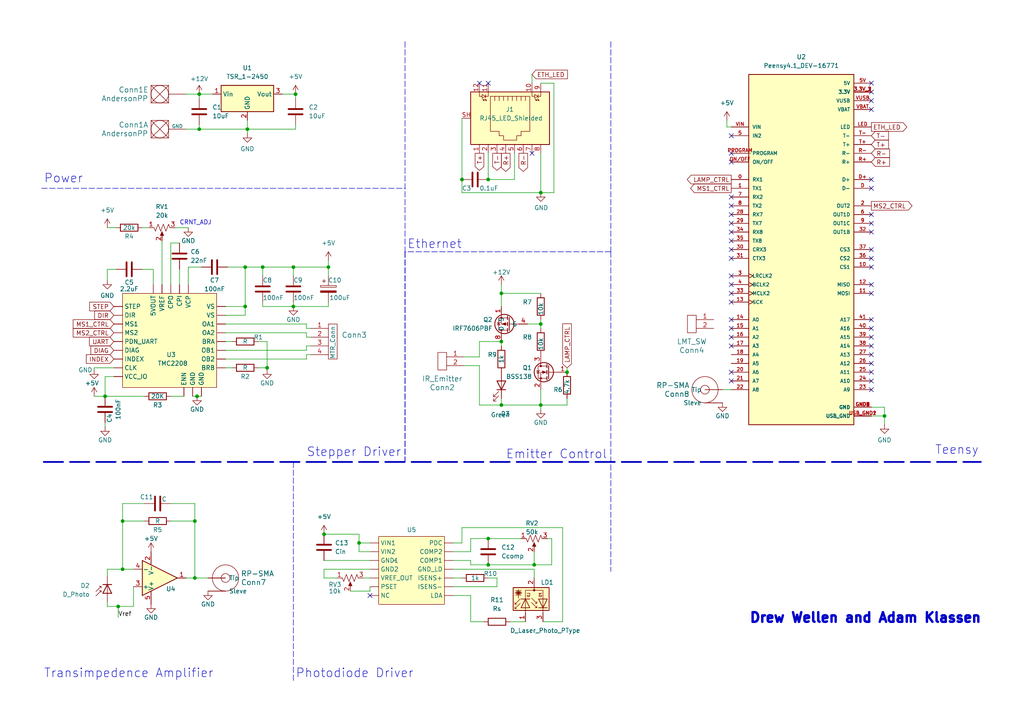
<source format=kicad_sch>
(kicad_sch (version 20230121) (generator eeschema)
  (paper "A4")
  (title_block (title "FTIR Spectrometer Boards") (date "2023-09-23") (rev "2024_Rev1") (company "Mars Rover Design Team"))
  (lib_symbols
    (symbol "Amplifier_Operational:ADA4610-1xRJ" (pin_names (offset 0.127))
      (property "Reference" "U" (at -1.27 6.35 0))
      (property "Value" "ADA4610-1xRJ" (at -1.27 3.81 0))
      (symbol "ADA4610-1xRJ_0_1"
        (pin power_in line (at -2.54 -7.62 90) (length 3.81) (name "V-") (number "2"))
        (pin power_in line (at -2.54 7.62 270) (length 3.81) (name "V+") (number "5"))
      )
      (symbol "ADA4610-1xRJ_1_1"
        (pin output line (at 7.62 0 180) (length 2.54) (name "~") (number "1"))
        (pin input line (at -7.62 2.54 0) (length 2.54) (name "+") (number "3"))
        (pin input line (at -7.62 -2.54 0) (length 2.54) (name "-") (number "4"))
      )
    )
    (symbol "BSS138_4" (pin_names hide)
      (property "Reference" "Q" (at 5.08 1.905 0))
      (property "Value" "BSS138_4" (at 5.08 0 0))
      (symbol "BSS138_4_1_1"
        (pin input line (at -5.08 0 0) (length 2.54) (name "G") (number "1"))
        (pin passive line (at 2.54 -5.08 90) (length 2.54) (name "S") (number "2"))
        (pin passive line (at 2.54 5.08 270) (length 2.54) (name "D") (number "3"))
      )
    )
    (symbol "Connector:RJ45_LED_Shielded" (pin_names (offset 1.016))
      (property "Reference" "J" (at -5.08 13.97 0))
      (property "Value" "RJ45_LED_Shielded" (at 1.27 13.97 0))
      (symbol "RJ45_LED_Shielded_1_1"
        (pin passive line (at 10.16 -7.62 180) (length 2.54) (name "~") (number "1"))
        (pin passive line (at -10.16 7.62 0) (length 2.54) (name "~") (number "10"))
        (pin passive line (at -10.16 -5.08 0) (length 2.54) (name "~") (number "11"))
        (pin passive line (at -10.16 -7.62 0) (length 2.54) (name "~") (number "12"))
        (pin passive line (at 10.16 -5.08 180) (length 2.54) (name "~") (number "2"))
        (pin passive line (at 10.16 -2.54 180) (length 2.54) (name "~") (number "3"))
        (pin passive line (at 10.16 0 180) (length 2.54) (name "~") (number "4"))
        (pin passive line (at 10.16 2.54 180) (length 2.54) (name "~") (number "5"))
        (pin passive line (at 10.16 5.08 180) (length 2.54) (name "~") (number "6"))
        (pin passive line (at 10.16 7.62 180) (length 2.54) (name "~") (number "7"))
        (pin passive line (at 10.16 10.16 180) (length 2.54) (name "~") (number "8"))
        (pin passive line (at -10.16 10.16 0) (length 2.54) (name "~") (number "9"))
        (pin passive line (at 0 -12.7 90) (length 2.54) (name "~") (number "SH"))
      )
    )
    (symbol "Device:C" (pin_numbers hide) (pin_names (offset 0.254))
      (property "Reference" "C" (at 0.635 2.54 0))
      (property "Value" "C" (at 0.635 -2.54 0))
      (symbol "C_1_1"
        (pin passive line (at 0 3.81 270) (length 2.794) (name "~") (number "1"))
        (pin passive line (at 0 -3.81 90) (length 2.794) (name "~") (number "2"))
      )
    )
    (symbol "Device:C_Polarized" (pin_numbers hide) (pin_names (offset 0.254))
      (property "Reference" "C" (at 0.635 2.54 0))
      (property "Value" "C_Polarized" (at 0.635 -2.54 0))
      (symbol "C_Polarized_1_1"
        (pin passive line (at 0 3.81 270) (length 2.794) (name "~") (number "1"))
        (pin passive line (at 0 -3.81 90) (length 2.794) (name "~") (number "2"))
      )
    )
    (symbol "Device:D_Laser_Photo_PType" (pin_names hide)
      (property "Reference" "LD" (at 1.016 7.112 0))
      (property "Value" "D_Laser_Photo_PType" (at 1.016 -5.588 0))
      (symbol "D_Laser_Photo_PType_1_1"
        (pin passive line (at 7.62 2.54 180) (length 2.54) (name "~") (number "1"))
        (pin passive line (at -5.08 0 0) (length 2.54) (name "~") (number "2"))
        (pin passive line (at 7.62 -2.54 180) (length 2.54) (name "~") (number "3"))
      )
    )
    (symbol "Device:D_Photo" (pin_numbers hide) (pin_names hide)
      (property "Reference" "D" (at 0.508 1.778 0))
      (property "Value" "D_Photo" (at -1.016 -2.794 0))
      (symbol "D_Photo_1_1"
        (pin passive line (at -5.08 0 0) (length 2.54) (name "K") (number "1"))
        (pin passive line (at 2.54 0 180) (length 2.54) (name "A") (number "2"))
      )
    )
    (symbol "Device:LED" (pin_numbers hide) (pin_names (offset 1.016) hide)
      (property "Reference" "D" (at 0 2.54 0))
      (property "Value" "LED" (at 0 -2.54 0))
      (symbol "LED_1_1"
        (pin passive line (at -3.81 0 0) (length 2.54) (name "K") (number "1"))
        (pin passive line (at 3.81 0 180) (length 2.54) (name "A") (number "2"))
      )
    )
    (symbol "Device:R" (pin_numbers hide) (pin_names (offset 0))
      (property "Reference" "R" (at 2.032 0 90))
      (property "Value" "R" (at 0 0 90))
      (symbol "R_1_1"
        (pin passive line (at 0 3.81 270) (length 1.27) (name "~") (number "1"))
        (pin passive line (at 0 -3.81 90) (length 1.27) (name "~") (number "2"))
      )
    )
    (symbol "Device:R_Potentiometer_US" (pin_names (offset 1.016) hide)
      (property "Reference" "RV" (at -4.445 0 90))
      (property "Value" "R_Potentiometer_US" (at -2.54 0 90))
      (symbol "R_Potentiometer_US_1_1"
        (pin passive line (at 0 3.81 270) (length 1.27) (name "1") (number "1"))
        (pin passive line (at 3.81 0 180) (length 1.27) (name "2") (number "2"))
        (pin passive line (at 0 -3.81 90) (length 1.27) (name "3") (number "3"))
      )
    )
    (symbol "MRDT_Connectors:AndersonPP" (pin_numbers hide) (pin_names (offset 0))
      (property "Reference" "Conn" (at 3.81 -1.27 0))
      (property "Value" "AndersonPP" (at 2.54 6.35 0))
      (symbol "AndersonPP_1_1"
        (pin input line (at 10.16 2.54 180) (length 5.08) (name "GND") (number "1"))
      )
      (symbol "AndersonPP_2_1"
        (pin input line (at 10.16 2.54 180) (length 5.08) (name "V+Log") (number "2"))
      )
      (symbol "AndersonPP_3_1"
        (pin input line (at 10.16 2.54 180) (length 5.08) (name "V+Act") (number "3"))
      )
      (symbol "AndersonPP_4_1"
        (pin input line (at 10.16 2.54 180) (length 5.08) (name "PV+") (number "4"))
      )
      (symbol "AndersonPP_5_1"
        (pin input line (at 10.16 2.54 180) (length 5.08) (name "~") (number "1"))
      )
    )
    (symbol "MRDT_Connectors:Molex_SL_02" (pin_names (offset 1.016))
      (property "Reference" "Conn" (at 3.81 -1.27 0))
      (property "Value" "Molex_SL_02" (at 1.27 6.35 0))
      (symbol "Molex_SL_02_1_1"
        (pin input line (at -5.08 3.81 0) (length 5.08) (name "~") (number "1"))
        (pin input line (at -5.08 1.27 0) (length 5.08) (name "~") (number "2"))
      )
    )
    (symbol "MRDT_Connectors:Molex_SL_04" (pin_names (offset 1.016))
      (property "Reference" "Conn" (at 3.81 -1.27 0))
      (property "Value" "Molex_SL_04" (at 1.27 11.43 0))
      (symbol "Molex_SL_04_1_1"
        (pin input line (at -5.08 8.89 0) (length 5.08) (name "~") (number "1"))
        (pin input line (at -5.08 6.35 0) (length 5.08) (name "~") (number "2"))
        (pin input line (at -5.08 3.81 0) (length 5.08) (name "~") (number "3"))
        (pin input line (at -5.08 1.27 0) (length 5.08) (name "~") (number "4"))
      )
    )
    (symbol "MRDT_Connectors:RP-SMA" (pin_numbers hide) (pin_names (offset 1.016))
      (property "Reference" "Conn" (at 3.81 -5.08 0))
      (property "Value" "RP-SMA" (at 0 5.08 0))
      (symbol "RP-SMA_1_1"
        (pin input line (at 5.08 0 180) (length 5.08) (name "Tip") (number "1"))
        (pin input line (at 5.08 -3.81 180) (length 5.08) (name "Sleve") (number "2"))
      )
    )
    (symbol "MRDT_Devices:MLD203P2"
      (property "Reference" "U?" (at 0 11.303 0))
      (symbol "MLD203P2_1_1"
        (pin input line (at 12.065 2.54 180) (length 2.54) (name "COMP1") (number ""))
        (pin input line (at 12.065 5.08 180) (length 2.54) (name "COMP2") (number ""))
        (pin input line (at -12.065 2.54 0) (length 2.54) (name "GND1") (number ""))
        (pin input line (at -12.065 0 0) (length 2.54) (name "GND2") (number ""))
        (pin input line (at 12.065 0 180) (length 2.54) (name "GND_LD") (number ""))
        (pin input line (at 12.065 -2.54 180) (length 2.54) (name "ISENS+") (number ""))
        (pin input line (at 12.065 -5.08 180) (length 2.54) (name "ISENS-") (number ""))
        (pin input line (at 12.065 -7.62 180) (length 2.54) (name "LDA") (number ""))
        (pin input line (at -12.065 -7.62 0) (length 2.54) (name "NC") (number ""))
        (pin input line (at 12.065 7.62 180) (length 2.54) (name "PDC") (number ""))
        (pin input line (at -12.065 -5.08 0) (length 2.54) (name "PSET") (number ""))
        (pin input line (at -12.065 7.62 0) (length 2.54) (name "VIN1") (number ""))
        (pin input line (at -12.065 5.08 0) (length 2.54) (name "VIN2") (number ""))
        (pin input line (at -12.065 -2.54 0) (length 2.54) (name "VREF_OUT") (number ""))
      )
    )
    (symbol "MRDT_Devices:TMC2208"
      (property "Reference" "U?" (at 0 0 0))
      (property "Value" "TMC2208" (at 0 0 0))
      (symbol "TMC2208_1_1"
        (pin input line (at -5.08 16.51 270) (length 2.54) (name "5VOUT") (number ""))
        (pin input line (at 15.875 0 180) (length 2.54) (name "BRA") (number ""))
        (pin input line (at 15.875 -7.62 180) (length 2.54) (name "BRB") (number ""))
        (pin input line (at -16.51 -7.62 0) (length 2.54) (name "CLK") (number ""))
        (pin input line (at 2.54 16.51 270) (length 2.54) (name "CPI") (number ""))
        (pin input line (at 0 16.51 270) (length 2.54) (name "CPO") (number ""))
        (pin input line (at -16.51 -2.54 0) (length 2.54) (name "DIAG") (number ""))
        (pin input line (at -16.51 7.62 0) (length 2.54) (name "DIR") (number ""))
        (pin input line (at 3.81 -15.875 90) (length 2.54) (name "ENN") (number ""))
        (pin input line (at 6.35 -15.875 90) (length 2.54) (name "GND") (number ""))
        (pin input line (at 8.89 -15.875 90) (length 2.54) (name "GND") (number ""))
        (pin input line (at -16.51 -5.08 0) (length 2.54) (name "INDEX") (number ""))
        (pin input line (at -16.51 5.08 0) (length 2.54) (name "MS1") (number ""))
        (pin input line (at -16.51 2.54 0) (length 2.54) (name "MS2") (number ""))
        (pin input line (at 15.875 5.08 180) (length 2.54) (name "OA1") (number ""))
        (pin input line (at 15.875 2.54 180) (length 2.54) (name "OA2") (number ""))
        (pin input line (at 15.875 -2.54 180) (length 2.54) (name "OB1") (number ""))
        (pin input line (at 15.875 -5.08 180) (length 2.54) (name "OB2") (number ""))
        (pin input line (at -16.51 0 0) (length 2.54) (name "PDN_UART") (number ""))
        (pin input line (at -16.51 10.16 0) (length 2.54) (name "STEP") (number ""))
        (pin input line (at -16.51 -10.16 0) (length 2.54) (name "VCC_IO") (number ""))
        (pin input line (at 5.08 16.51 270) (length 2.54) (name "VCP") (number ""))
        (pin input line (at -2.54 16.51 270) (length 2.54) (name "VREF") (number ""))
        (pin input line (at 15.875 7.62 180) (length 2.54) (name "VS") (number ""))
        (pin input line (at 15.875 10.16 180) (length 2.54) (name "VS") (number ""))
      )
    )
    (symbol "MRDT_Shields:Teensy4.1_DEV-16771" (pin_names (offset 1.016))
      (property "Reference" "U" (at -15.24 52.07 0))
      (property "Value" "Teensy4.1_DEV-16771" (at -15.24 -53.34 0))
      (symbol "Teensy4.1_DEV-16771_0_0"
        (pin bidirectional line (at -20.32 20.32 0) (length 5.08) (name "RX1") (number "0"))
        (pin bidirectional line (at -20.32 17.78 0) (length 5.08) (name "TX1") (number "1"))
        (pin bidirectional line (at 20.32 -5.08 180) (length 5.08) (name "CS1") (number "10"))
        (pin bidirectional line (at 20.32 -12.7 180) (length 5.08) (name "MOSI") (number "11"))
        (pin bidirectional line (at 20.32 -10.16 180) (length 5.08) (name "MISO") (number "12"))
        (pin bidirectional clock (at -20.32 -15.24 0) (length 5.08) (name "SCK") (number "13"))
        (pin bidirectional line (at -20.32 -20.32 0) (length 5.08) (name "A0") (number "14"))
        (pin bidirectional line (at -20.32 -22.86 0) (length 5.08) (name "A1") (number "15"))
        (pin bidirectional line (at -20.32 -25.4 0) (length 5.08) (name "A2") (number "16"))
        (pin bidirectional line (at -20.32 -27.94 0) (length 5.08) (name "A3") (number "17"))
        (pin bidirectional line (at -20.32 -30.48 0) (length 5.08) (name "A4") (number "18"))
        (pin bidirectional line (at -20.32 -33.02 0) (length 5.08) (name "A5") (number "19"))
        (pin output line (at 20.32 12.7 180) (length 5.08) (name "OUT2") (number "2"))
        (pin bidirectional line (at -20.32 -35.56 0) (length 5.08) (name "A6") (number "20"))
        (pin bidirectional line (at -20.32 -38.1 0) (length 5.08) (name "A7") (number "21"))
        (pin bidirectional line (at -20.32 -40.64 0) (length 5.08) (name "A8") (number "22"))
        (pin bidirectional line (at 20.32 -40.64 180) (length 5.08) (name "A9") (number "23"))
        (pin bidirectional line (at 20.32 -38.1 180) (length 5.08) (name "A10") (number "24"))
        (pin bidirectional line (at 20.32 -35.56 180) (length 5.08) (name "A11") (number "25"))
        (pin bidirectional line (at 20.32 -33.02 180) (length 5.08) (name "A12") (number "26"))
        (pin bidirectional line (at 20.32 -30.48 180) (length 5.08) (name "A13") (number "27"))
        (pin bidirectional line (at -20.32 10.16 0) (length 5.08) (name "RX7") (number "28"))
        (pin bidirectional line (at -20.32 7.62 0) (length 5.08) (name "TX7") (number "29"))
        (pin bidirectional clock (at -20.32 -7.62 0) (length 5.08) (name "LRCLK2") (number "3"))
        (pin power_in line (at 20.32 45.72 180) (length 5.08) (name "3.3V") (number "3.3V_1"))
        (pin power_in line (at 20.32 45.72 180) (length 5.08) (name "3.3V") (number "3.3V_2"))
        (pin power_in line (at 20.32 45.72 180) (length 5.08) (name "3.3V") (number "3.3V_3"))
        (pin bidirectional line (at -20.32 0 0) (length 5.08) (name "CRX3") (number "30"))
        (pin bidirectional line (at -20.32 -2.54 0) (length 5.08) (name "CTX3") (number "31"))
        (pin output line (at 20.32 5.08 180) (length 5.08) (name "OUT1B") (number "32"))
        (pin bidirectional clock (at -20.32 -12.7 0) (length 5.08) (name "MCLK2") (number "33"))
        (pin bidirectional line (at -20.32 5.08 0) (length 5.08) (name "RX8") (number "34"))
        (pin bidirectional line (at -20.32 2.54 0) (length 5.08) (name "TX8") (number "35"))
        (pin bidirectional line (at 20.32 -2.54 180) (length 5.08) (name "CS2") (number "36"))
        (pin bidirectional line (at 20.32 0 180) (length 5.08) (name "CS3") (number "37"))
        (pin bidirectional line (at 20.32 -27.94 180) (length 5.08) (name "A14") (number "38"))
        (pin bidirectional line (at 20.32 -25.4 180) (length 5.08) (name "A15") (number "39"))
        (pin bidirectional clock (at -20.32 -10.16 0) (length 5.08) (name "BCLK2") (number "4"))
        (pin bidirectional line (at 20.32 -22.86 180) (length 5.08) (name "A16") (number "40"))
        (pin bidirectional line (at 20.32 -20.32 180) (length 5.08) (name "A17") (number "41"))
        (pin bidirectional line (at -20.32 33.02 0) (length 5.08) (name "IN2") (number "5"))
        (pin power_in line (at 20.32 48.26 180) (length 5.08) (name "5V") (number "5V"))
        (pin output line (at 20.32 10.16 180) (length 5.08) (name "OUT1D") (number "6"))
        (pin bidirectional line (at -20.32 15.24 0) (length 5.08) (name "RX2") (number "7"))
        (pin bidirectional line (at -20.32 12.7 0) (length 5.08) (name "TX2") (number "8"))
        (pin output line (at 20.32 7.62 180) (length 5.08) (name "OUT1C") (number "9"))
        (pin bidirectional line (at 20.32 17.78 180) (length 5.08) (name "D-") (number "D"))
        (pin bidirectional line (at 20.32 20.32 180) (length 5.08) (name "D+") (number "D+"))
        (pin power_in line (at 20.32 -45.72 180) (length 5.08) (name "GND") (number "GND1"))
        (pin power_in line (at 20.32 -45.72 180) (length 5.08) (name "GND") (number "GND2"))
        (pin power_in line (at 20.32 -45.72 180) (length 5.08) (name "GND") (number "GND3"))
        (pin power_in line (at 20.32 -45.72 180) (length 5.08) (name "GND") (number "GND4"))
        (pin power_in line (at 20.32 -45.72 180) (length 5.08) (name "GND") (number "GND5"))
        (pin bidirectional line (at 20.32 35.56 180) (length 5.08) (name "LED") (number "LED"))
        (pin bidirectional line (at -20.32 25.4 0) (length 5.08) (name "ON/OFF") (number "ON/OFF"))
        (pin bidirectional line (at -20.32 27.94 0) (length 5.08) (name "PROGRAM") (number "PROGRAM"))
        (pin bidirectional line (at 20.32 25.4 180) (length 5.08) (name "R+") (number "R+"))
        (pin bidirectional line (at 20.32 27.94 180) (length 5.08) (name "R-") (number "R-"))
        (pin bidirectional line (at 20.32 30.48 180) (length 5.08) (name "T+") (number "T+"))
        (pin bidirectional line (at 20.32 33.02 180) (length 5.08) (name "T-") (number "T-"))
        (pin power_in line (at 20.32 -48.26 180) (length 5.08) (name "USB_GND") (number "USB_GND1"))
        (pin power_in line (at 20.32 -48.26 180) (length 5.08) (name "USB_GND") (number "USB_GND2"))
        (pin passive line (at 20.32 40.64 180) (length 5.08) (name "VBAT") (number "VBAT"))
        (pin input line (at -20.32 35.56 0) (length 5.08) (name "VIN") (number "VIN"))
        (pin passive line (at 20.32 43.18 180) (length 5.08) (name "VUSB") (number "VUSB"))
      )
    )
    (symbol "Regulator_Switching:TSR_1-2450"
      (property "Reference" "U" (at -7.62 6.35 0))
      (property "Value" "TSR_1-2450" (at -1.27 6.35 0))
      (symbol "TSR_1-2450_1_1"
        (pin power_in line (at -10.16 2.54 0) (length 2.54) (name "Vin") (number "1"))
        (pin power_in line (at 0 -5.08 90) (length 2.54) (name "GND") (number "2"))
        (pin power_out line (at 10.16 2.54 180) (length 2.54) (name "Vout") (number "3"))
      )
    )
    (symbol "Transistor_FET:IRF7606PBF"
      (property "Reference" "Q" (at 5.08 1.905 0))
      (property "Value" "IRF7606PBF" (at 5.08 0 0))
      (symbol "IRF7606PBF_1_1"
        (pin passive line (at 2.54 -5.08 90) (length 2.54) (name "S") (number "1"))
        (pin passive line (at 2.54 -5.08 90) (length 2.54) hide (name "S") (number "2"))
        (pin passive line (at 2.54 -5.08 90) (length 2.54) hide (name "S") (number "3"))
        (pin passive line (at -5.08 0 0) (length 2.54) (name "G") (number "4"))
        (pin passive line (at 2.54 5.08 270) (length 2.54) hide (name "D") (number "5"))
        (pin passive line (at 2.54 5.08 270) (length 2.54) hide (name "D") (number "6"))
        (pin passive line (at 2.54 5.08 270) (length 2.54) hide (name "D") (number "7"))
        (pin passive line (at 2.54 5.08 270) (length 2.54) (name "D") (number "8"))
      )
    )
    (symbol "power:+12V" (power) (pin_names (offset 0))
      (property "Value" "+12V" (at 0 3.556 0))
      (symbol "+12V_1_1"
        (pin power_in line (at 0 0 90) (length 0) hide (name "+12V") (number "1"))
      )
    )
    (symbol "power:+5V" (power) (pin_names (offset 0))
      (property "Value" "+5V" (at 0 3.556 0))
      (symbol "+5V_1_1"
        (pin power_in line (at 0 0 90) (length 0) hide (name "+5V") (number "1"))
      )
    )
    (symbol "power:GND" (power) (pin_names (offset 0))
      (property "Value" "GND" (at 0 -3.81 0))
      (symbol "GND_1_1"
        (pin power_in line (at 0 0 270) (length 0) hide (name "GND") (number "1"))
      )
    )
  )
  (junction (at 93.98 154.94))
  (junction (at 85.725 27.305))
  (junction (at 156.845 55.88))
  (junction (at 154.94 163.83))
  (junction (at 35.56 151.13))
  (junction (at 57.15 114.935))
  (junction (at 156.845 93.98))
  (junction (at 141.605 52.07))
  (junction (at 85.09 88.9))
  (junction (at 56.515 151.13))
  (junction (at 57.785 27.305))
  (junction (at 145.415 99.06))
  (junction (at 85.09 77.47))
  (junction (at 95.25 77.47))
  (junction (at 164.465 107.95))
  (junction (at 256.54 120.65))
  (junction (at 145.415 85.09))
  (junction (at 156.845 117.475))
  (junction (at 76.2 77.47))
  (junction (at 35.56 165.1))
  (junction (at 34.29 175.895))
  (junction (at 71.12 88.9))
  (junction (at 57.785 37.465))
  (junction (at 145.415 117.475))
  (junction (at 71.755 37.465))
  (junction (at 104.14 157.48))
  (junction (at 141.605 163.83))
  (junction (at 141.605 156.21))
  (junction (at 71.12 77.47))
  (junction (at 133.985 52.07))
  (junction (at 30.48 114.935))
  (junction (at 56.515 167.64))
  (junction (at 77.47 106.68))
  (no_connect (at 252.73 107.95))
  (no_connect (at 252.73 67.31))
  (no_connect (at 252.73 72.39))
  (no_connect (at 252.73 100.33))
  (no_connect (at 252.73 77.47))
  (no_connect (at 212.09 87.63))
  (no_connect (at 212.09 74.93))
  (no_connect (at 252.73 52.07))
  (no_connect (at 212.09 69.85))
  (no_connect (at 212.09 107.95))
  (no_connect (at 141.605 24.13))
  (no_connect (at 212.09 72.39))
  (no_connect (at 252.73 24.13))
  (no_connect (at 212.09 57.15))
  (no_connect (at 252.73 29.21))
  (no_connect (at 154.305 44.45))
  (no_connect (at 252.73 64.77))
  (no_connect (at 212.09 85.09))
  (no_connect (at 252.73 82.55))
  (no_connect (at 107.315 172.72))
  (no_connect (at 252.73 74.93))
  (no_connect (at 252.73 85.09))
  (no_connect (at 252.73 26.67))
  (no_connect (at 252.73 105.41))
  (no_connect (at 212.09 67.31))
  (no_connect (at 252.73 92.71))
  (no_connect (at 212.09 110.49))
  (no_connect (at 212.09 95.25))
  (no_connect (at 212.09 39.37))
  (no_connect (at 252.73 54.61))
  (no_connect (at 212.09 80.01))
  (no_connect (at 252.73 95.25))
  (no_connect (at 139.065 24.13))
  (no_connect (at 212.09 82.55))
  (no_connect (at 252.73 62.23))
  (no_connect (at 252.73 113.03))
  (no_connect (at 212.09 97.79))
  (no_connect (at 252.73 97.79))
  (no_connect (at 212.09 44.45))
  (no_connect (at 212.09 46.99))
  (no_connect (at 252.73 110.49))
  (no_connect (at 212.09 100.33))
  (no_connect (at 212.09 59.69))
  (no_connect (at 212.09 92.71))
  (no_connect (at 252.73 102.87))
  (no_connect (at 212.09 64.77))
  (no_connect (at 212.09 62.23))
  (no_connect (at 252.73 31.75))
  (wire (pts (xy 149.225 52.07) (xy 141.605 52.07)))
  (wire (pts (xy 53.975 167.64) (xy 56.515 167.64)))
  (wire (pts (xy 141.605 44.45) (xy 141.605 52.07)))
  (wire (pts (xy 154.94 165.1) (xy 154.94 167.64)))
  (wire (pts (xy 49.53 146.05) (xy 56.515 146.05)))
  (wire (pts (xy 164.465 117.475) (xy 164.465 115.57)))
  (wire (pts (xy 56.515 167.64) (xy 60.325 167.64)))
  (wire (pts (xy 157.48 180.34) (xy 163.195 180.34)))
  (wire (pts (xy 95.25 80.01) (xy 95.25 77.47)))
  (wire (pts (xy 134.62 106.045) (xy 139.065 106.045)))
  (wire (pts (xy 145.415 117.475) (xy 145.415 115.57)))
  (wire (pts (xy 104.14 157.48) (xy 107.315 157.48)))
  (wire (pts (xy 71.12 77.47) (xy 71.12 88.9)))
  (wire (pts (xy 31.115 174.625) (xy 31.115 175.895)))
  (wire (pts (xy 85.09 87.63) (xy 85.09 88.9)))
  (wire (pts (xy 50.8 66.04) (xy 54.61 66.04)))
  (wire (pts (xy 154.94 160.02) (xy 154.94 163.83)))
  (wire (pts (xy 156.845 117.475) (xy 145.415 117.475)))
  (wire (pts (xy 131.445 157.48) (xy 133.985 157.48)))
  (wire (pts (xy 160.02 156.21) (xy 160.02 163.83)))
  (wire (pts (xy 76.2 88.9) (xy 85.09 88.9)))
  (wire (pts (xy 71.12 77.47) (xy 76.2 77.47)))
  (wire (pts (xy 49.53 70.485) (xy 49.53 82.55)))
  (wire (pts (xy 85.09 77.47) (xy 95.25 77.47)))
  (wire (pts (xy 256.54 120.65) (xy 256.54 123.19)))
  (wire (pts (xy 54.61 82.55) (xy 54.61 77.47)))
  (wire (pts (xy 88.9 104.14) (xy 88.9 102.87)))
  (wire (pts (xy 95.25 87.63) (xy 95.25 88.9)))
  (wire (pts (xy 104.14 157.48) (xy 104.14 154.94)))
  (wire (pts (xy 156.845 85.09) (xy 145.415 85.09)))
  (polyline (pts (xy 12.7 133.985) (xy 284.48 133.985)) (stroke (width 0.508) (type dash)))
  (wire (pts (xy 49.53 151.13) (xy 56.515 151.13)))
  (wire (pts (xy 81.915 27.305) (xy 85.725 27.305)))
  (wire (pts (xy 163.195 153.035) (xy 163.195 180.34)))
  (wire (pts (xy 139.065 106.045) (xy 139.065 117.475)))
  (wire (pts (xy 88.9 97.79) (xy 90.17 97.79)))
  (polyline (pts (xy 177.165 73.025) (xy 177.165 165.735)) (stroke (width 0) (type dash)))
  (wire (pts (xy 30.48 109.22) (xy 30.48 114.935)))
  (wire (pts (xy 156.845 44.45) (xy 156.845 55.88)))
  (wire (pts (xy 141.605 163.83) (xy 136.525 163.83)))
  (wire (pts (xy 34.29 175.895) (xy 38.735 175.895)))
  (wire (pts (xy 141.605 167.64) (xy 144.145 167.64)))
  (wire (pts (xy 136.525 156.21) (xy 141.605 156.21)))
  (wire (pts (xy 133.985 34.29) (xy 133.985 52.07)))
  (wire (pts (xy 41.91 151.13) (xy 35.56 151.13)))
  (wire (pts (xy 44.45 78.105) (xy 41.275 78.105)))
  (polyline (pts (xy 85.09 133.985) (xy 85.09 197.485)) (stroke (width 0) (type dash)))
  (wire (pts (xy 101.6 171.45) (xy 107.315 171.45)))
  (polyline (pts (xy 117.475 73.025) (xy 117.475 133.985)) (stroke (width 0) (type dash)))
  (wire (pts (xy 145.415 82.55) (xy 145.415 85.09)))
  (wire (pts (xy 133.985 55.88) (xy 156.845 55.88)))
  (wire (pts (xy 85.09 80.01) (xy 85.09 77.47)))
  (polyline (pts (xy 117.475 73.025) (xy 117.475 133.985)) (stroke (width 0) (type dash)))
  (wire (pts (xy 56.515 146.05) (xy 56.515 151.13)))
  (wire (pts (xy 88.9 96.52) (xy 65.405 96.52)))
  (wire (pts (xy 156.845 93.98) (xy 153.035 93.98)))
  (wire (pts (xy 65.405 104.14) (xy 88.9 104.14)))
  (wire (pts (xy 136.525 162.56) (xy 131.445 162.56)))
  (wire (pts (xy 209.55 113.03) (xy 212.09 113.03)))
  (wire (pts (xy 27.305 106.68) (xy 27.305 107.315)))
  (wire (pts (xy 93.98 165.1) (xy 107.315 165.1)))
  (wire (pts (xy 88.9 100.33) (xy 90.17 100.33)))
  (wire (pts (xy 30.48 122.555) (xy 30.48 123.825)))
  (wire (pts (xy 33.655 78.105) (xy 31.115 78.105)))
  (wire (pts (xy 85.725 37.465) (xy 85.725 36.195)))
  (wire (pts (xy 141.605 156.21) (xy 151.13 156.21)))
  (wire (pts (xy 95.25 75.565) (xy 95.25 77.47)))
  (wire (pts (xy 34.29 175.895) (xy 34.29 179.07)))
  (wire (pts (xy 136.525 172.72) (xy 136.525 180.34)))
  (wire (pts (xy 35.56 146.05) (xy 35.56 151.13)))
  (wire (pts (xy 136.525 163.83) (xy 136.525 162.56)))
  (wire (pts (xy 71.755 34.925) (xy 71.755 37.465)))
  (wire (pts (xy 31.115 165.1) (xy 35.56 165.1)))
  (wire (pts (xy 145.415 99.06) (xy 139.065 99.06)))
  (wire (pts (xy 57.785 37.465) (xy 71.755 37.465)))
  (wire (pts (xy 252.73 118.11) (xy 256.54 118.11)))
  (wire (pts (xy 145.415 85.09) (xy 145.415 88.9)))
  (wire (pts (xy 144.145 170.18) (xy 131.445 170.18)))
  (wire (pts (xy 256.54 118.11) (xy 256.54 120.65)))
  (wire (pts (xy 156.845 113.03) (xy 156.845 117.475)))
  (wire (pts (xy 156.845 55.88) (xy 160.655 55.88)))
  (wire (pts (xy 210.82 34.925) (xy 210.82 36.83)))
  (wire (pts (xy 139.065 99.06) (xy 139.065 103.505)))
  (wire (pts (xy 57.785 28.575) (xy 57.785 27.305)))
  (wire (pts (xy 88.9 93.98) (xy 65.405 93.98)))
  (wire (pts (xy 252.73 120.65) (xy 256.54 120.65)))
  (polyline (pts (xy 12.065 54.61) (xy 117.475 54.61)) (stroke (width 0) (type dash)))
  (wire (pts (xy 139.065 117.475) (xy 145.415 117.475)))
  (wire (pts (xy 74.93 99.06) (xy 77.47 99.06)))
  (wire (pts (xy 52.07 78.105) (xy 52.07 82.55)))
  (wire (pts (xy 88.9 102.87) (xy 90.17 102.87)))
  (wire (pts (xy 164.465 117.475) (xy 156.845 117.475)))
  (wire (pts (xy 33.02 109.22) (xy 30.48 109.22)))
  (wire (pts (xy 85.09 88.9) (xy 95.25 88.9)))
  (wire (pts (xy 41.91 114.935) (xy 30.48 114.935)))
  (wire (pts (xy 156.845 93.98) (xy 156.845 95.25)))
  (wire (pts (xy 131.445 165.1) (xy 154.94 165.1)))
  (wire (pts (xy 160.655 24.13) (xy 156.845 24.13)))
  (wire (pts (xy 77.47 99.06) (xy 77.47 106.68)))
  (wire (pts (xy 57.785 37.465) (xy 57.785 36.195)))
  (polyline (pts (xy 177.165 73.025) (xy 117.475 73.025)) (stroke (width 0) (type dash)))
  (wire (pts (xy 76.2 87.63) (xy 76.2 88.9)))
  (wire (pts (xy 76.2 77.47) (xy 76.2 80.01)))
  (wire (pts (xy 31.115 66.04) (xy 33.655 66.04)))
  (wire (pts (xy 93.98 167.64) (xy 93.98 165.1)))
  (polyline (pts (xy 117.475 12.065) (xy 117.475 73.025)) (stroke (width 0) (type dash)))
  (wire (pts (xy 160.655 24.13) (xy 160.655 55.88)))
  (wire (pts (xy 136.525 180.34) (xy 140.335 180.34)))
  (wire (pts (xy 156.845 92.71) (xy 156.845 93.98)))
  (polyline (pts (xy 177.165 12.065) (xy 177.165 73.025)) (stroke (width 0) (type dash)))
  (wire (pts (xy 104.14 160.02) (xy 104.14 157.48)))
  (wire (pts (xy 41.91 146.05) (xy 35.56 146.05)))
  (wire (pts (xy 133.985 52.07) (xy 133.985 55.88)))
  (wire (pts (xy 65.405 99.06) (xy 67.31 99.06)))
  (wire (pts (xy 160.02 163.83) (xy 154.94 163.83)))
  (wire (pts (xy 88.9 97.79) (xy 88.9 96.52)))
  (wire (pts (xy 107.315 171.45) (xy 107.315 170.18)))
  (wire (pts (xy 35.56 151.13) (xy 35.56 165.1)))
  (wire (pts (xy 65.405 101.6) (xy 88.9 101.6)))
  (wire (pts (xy 53.34 114.935) (xy 49.53 114.935)))
  (wire (pts (xy 71.755 37.465) (xy 71.755 38.735)))
  (wire (pts (xy 74.93 106.68) (xy 77.47 106.68)))
  (wire (pts (xy 61.595 27.305) (xy 57.785 27.305)))
  (wire (pts (xy 71.12 88.9) (xy 71.12 91.44)))
  (wire (pts (xy 85.725 28.575) (xy 85.725 27.305)))
  (wire (pts (xy 55.88 114.935) (xy 57.15 114.935)))
  (wire (pts (xy 77.47 106.68) (xy 77.47 107.315)))
  (wire (pts (xy 145.415 100.33) (xy 145.415 99.06)))
  (wire (pts (xy 54.61 77.47) (xy 58.42 77.47)))
  (wire (pts (xy 76.2 77.47) (xy 85.09 77.47)))
  (wire (pts (xy 97.79 167.64) (xy 93.98 167.64)))
  (wire (pts (xy 53.975 37.465) (xy 57.785 37.465)))
  (wire (pts (xy 144.145 167.64) (xy 144.145 170.18)))
  (wire (pts (xy 71.755 37.465) (xy 85.725 37.465)))
  (wire (pts (xy 44.45 82.55) (xy 44.45 78.105)))
  (wire (pts (xy 154.94 163.83) (xy 141.605 163.83)))
  (wire (pts (xy 65.405 91.44) (xy 71.12 91.44)))
  (wire (pts (xy 93.98 162.56) (xy 107.315 162.56)))
  (wire (pts (xy 31.115 78.105) (xy 31.115 81.28)))
  (polyline (pts (xy 130.175 106.045) (xy 130.175 106.045)))
  (wire (pts (xy 56.515 151.13) (xy 56.515 167.64)))
  (wire (pts (xy 210.82 36.83) (xy 212.09 36.83)))
  (wire (pts (xy 88.9 95.25) (xy 88.9 93.98)))
  (wire (pts (xy 147.955 180.34) (xy 152.4 180.34)))
  (wire (pts (xy 35.56 165.1) (xy 38.735 165.1)))
  (wire (pts (xy 41.275 66.04) (xy 43.18 66.04)))
  (wire (pts (xy 156.845 117.475) (xy 156.845 118.745)))
  (wire (pts (xy 88.9 95.25) (xy 90.17 95.25)))
  (wire (pts (xy 133.985 153.035) (xy 163.195 153.035)))
  (wire (pts (xy 57.15 114.935) (xy 58.42 114.935)))
  (wire (pts (xy 65.405 106.68) (xy 67.31 106.68)))
  (wire (pts (xy 131.445 160.02) (xy 136.525 160.02)))
  (wire (pts (xy 158.75 156.21) (xy 160.02 156.21)))
  (wire (pts (xy 107.315 167.64) (xy 105.41 167.64)))
  (wire (pts (xy 133.985 157.48) (xy 133.985 153.035)))
  (wire (pts (xy 33.02 106.68) (xy 27.305 106.68)))
  (wire (pts (xy 131.445 172.72) (xy 136.525 172.72)))
  (wire (pts (xy 88.9 101.6) (xy 88.9 100.33)))
  (wire (pts (xy 31.115 167.005) (xy 31.115 165.1)))
  (wire (pts (xy 31.115 175.895) (xy 34.29 175.895)))
  (wire (pts (xy 154.305 21.59) (xy 154.305 24.13)))
  (wire (pts (xy 212.09 44.45) (xy 217.805 44.45)))
  (wire (pts (xy 149.225 44.45) (xy 149.225 52.07)))
  (wire (pts (xy 136.525 160.02) (xy 136.525 156.21)))
  (wire (pts (xy 107.315 160.02) (xy 104.14 160.02)))
  (wire (pts (xy 53.975 27.305) (xy 57.785 27.305)))
  (wire (pts (xy 131.445 167.64) (xy 133.985 167.64)))
  (wire (pts (xy 93.98 154.94) (xy 104.14 154.94)))
  (wire (pts (xy 46.99 69.85) (xy 46.99 82.55)))
  (wire (pts (xy 164.465 106.68) (xy 164.465 107.95)))
  (wire (pts (xy 66.04 77.47) (xy 71.12 77.47)))
  (wire (pts (xy 139.065 103.505) (xy 134.62 103.505)))
  (wire (pts (xy 52.07 70.485) (xy 49.53 70.485)))
  (wire (pts (xy 38.735 175.895) (xy 38.735 170.18)))
  (wire (pts (xy 65.405 88.9) (xy 71.12 88.9)))
  (wire (pts (xy 27.305 114.935) (xy 30.48 114.935)))
  (text "Ethernet" (at 118.11 72.39 0) (effects (font (size 2.54 2.54)) (justify left bottom)))
  (text "Drew Wellen and Adam Klassen" (at 217.17 180.975 0) (effects (font (size 2.794 2.794) (thickness 0.762) bold) (justify left bottom)))
  (text "CRNT_ADJ" (at 52.07 65.405 0) (effects (font (size 1.27 1.27)) (justify left bottom)))
  (text "Teensy" (at 271.145 132.08 0) (effects (font (size 2.54 2.54)) (justify left bottom)))
  (text "Power" (at 12.7 53.34 0) (effects (font (size 2.54 2.54)) (justify left bottom)))
  (text "Transimpedence Amplifier" (at 12.7 196.85 0) (effects (font (size 2.54 2.54)) (justify left bottom)))
  (text "Emitter Control" (at 146.685 133.35 0) (effects (font (size 2.54 2.54)) (justify left bottom)))
  (text "Stepper Driver" (at 88.9 132.715 0) (effects (font (size 2.54 2.54)) (justify left bottom)))
  (text "Photodiode Driver" (at 85.725 196.85 0) (effects (font (size 2.54 2.54)) (justify left bottom)))
  (label "Vref" (at 34.29 179.07 0))
  (global_label "T+" (shape output) (at 139.065 44.45 270) (property "Intersheetrefs" "${INTERSHEET_REFS}" (effects hide)))
  (global_label "R-" (shape output) (at 151.765 44.45 270) (property "Intersheetrefs" "${INTERSHEET_REFS}" (effects hide)))
  (global_label "DIR" (shape input) (at 33.02 91.44 180) (property "Intersheetrefs" "${INTERSHEET_REFS}" (effects hide)))
  (global_label "R-" (shape input) (at 252.73 44.45 0) (property "Intersheetrefs" "${INTERSHEET_REFS}" (effects hide)))
  (global_label "MS1_CTRL" (shape input) (at 33.02 93.98 180) (property "Intersheetrefs" "${INTERSHEET_REFS}" (effects hide)))
  (global_label "R+" (shape input) (at 252.73 46.99 0) (property "Intersheetrefs" "${INTERSHEET_REFS}" (effects hide)))
  (global_label "MS2_CTRL" (shape input) (at 33.02 96.52 180) (property "Intersheetrefs" "${INTERSHEET_REFS}" (effects hide)))
  (global_label "T-" (shape input) (at 252.73 39.37 0) (property "Intersheetrefs" "${INTERSHEET_REFS}" (effects hide)))
  (global_label "MS1_CTRL" (shape output) (at 212.09 54.61 180) (property "Intersheetrefs" "${INTERSHEET_REFS}" (effects hide)))
  (global_label "DIAG" (shape input) (at 33.02 101.6 180) (property "Intersheetrefs" "${INTERSHEET_REFS}" (effects hide)))
  (global_label "LAMP_CTRL" (shape input) (at 164.465 106.68 90) (property "Intersheetrefs" "${INTERSHEET_REFS}" (effects hide)))
  (global_label "STEP" (shape input) (at 33.02 88.9 180) (property "Intersheetrefs" "${INTERSHEET_REFS}" (effects hide)))
  (global_label "ETH_LED" (shape input) (at 154.305 21.59 0) (property "Intersheetrefs" "${INTERSHEET_REFS}" (effects hide)))
  (global_label "T-" (shape output) (at 144.145 44.45 270) (property "Intersheetrefs" "${INTERSHEET_REFS}" (effects hide)))
  (global_label "MS2_CTRL" (shape output) (at 252.73 59.69 0) (property "Intersheetrefs" "${INTERSHEET_REFS}" (effects hide)))
  (global_label "UART" (shape input) (at 33.02 99.06 180) (property "Intersheetrefs" "${INTERSHEET_REFS}" (effects hide)))
  (global_label "INDEX" (shape input) (at 33.02 104.14 180) (property "Intersheetrefs" "${INTERSHEET_REFS}" (effects hide)))
  (global_label "LAMP_CTRL" (shape output) (at 212.09 52.07 180) (property "Intersheetrefs" "${INTERSHEET_REFS}" (effects hide)))
  (global_label "R+" (shape output) (at 146.685 44.45 270) (property "Intersheetrefs" "${INTERSHEET_REFS}" (effects hide)))
  (global_label "ETH_LED" (shape output) (at 252.73 36.83 0) (property "Intersheetrefs" "${INTERSHEET_REFS}" (effects hide)))
  (global_label "T+" (shape input) (at 252.73 41.91 0) (property "Intersheetrefs" "${INTERSHEET_REFS}" (effects hide)))
  (symbol (lib_id "power:+5V") (at 210.82 34.925 0) (unit 1)
    (property "Reference" "#PWR019" (effects hide))
    (property "Value" "+5V" (at 210.82 29.845 0))
  )
  (symbol (lib_id "power:GND") (at 27.305 107.315 0) (unit 1)
    (property "Reference" "#PWR018" (effects hide))
    (property "Value" "GND" (at 24.765 107.315 0))
  )
  (symbol (lib_id "power:GND") (at 57.15 114.935 0) (unit 1)
    (property "Reference" "#PWR014" (effects hide))
    (property "Value" "GND" (at 57.15 118.745 0))
  )
  (symbol (lib_id "power:+12V") (at 57.785 27.305 0) (unit 1)
    (property "Reference" "#PWR01" (effects hide))
    (property "Value" "+12V" (at 57.785 22.86 0))
  )
  (symbol (lib_id "power:+5V") (at 93.98 154.94 0) (unit 1)
    (property "Reference" "#PWR025" (effects hide))
    (property "Value" "+5V" (at 93.98 149.86 0))
  )
  (symbol (lib_id "power:GND") (at 30.48 123.825 0) (unit 1)
    (property "Reference" "#PWR011" (effects hide))
    (property "Value" "GND" (at 30.48 127.635 0))
  )
  (symbol (lib_id "Device:D_Laser_Photo_PType") (at 154.94 172.72 90) (mirror x) (unit 1)
    (property "Reference" "LD1" (at 156.845 168.91 90) (effects (justify right)))
    (property "Value" "D_Laser_Photo_PType" (at 147.955 182.88 90) (effects (justify right)))
    (property "Datasheet" "https://www.digikey.com/en/products/detail/tt-electronics-optek-technology/OPV310/761787?utm_adgroup=General&utm_source=google&utm_medium=cpc&utm_campaign=PMax%20Shopping_Product_Zombie%20SKUs&utm_term=&utm_content=General&gclid=CjwKCAjwmbqoBhAgEiwACIjzEHsC4GK9VAVGyq8d4e-b-4aU1ppZZLtwFRf3tEdMXGviBZ0phsJBlRoCkRoQAvD_BwE" (effects hide))
  )
  (symbol (lib_id "Device:R") (at 156.845 99.06 0) (mirror y) (unit 1)
    (property "Reference" "R8" (at 154.305 97.7899 0) (effects (justify left)))
    (property "Value" "10k" (at 156.845 101.6 90) (effects (justify left)))
    (property "Footprint" "Resistor_SMD:R_0603_1608Metric_Pad0.98x0.95mm_HandSolder" (effects hide))
  )
  (symbol (lib_id "MRDT_Devices:MLD203P2") (at 119.38 165.1 0) (unit 1)
    (property "Reference" "U5" (at 119.38 153.67 0))
    (property "Value" "~" (at 114.554 162.56 0))
    (property "Datasheet" "https://www.thorlabs.com/drawings/f3bb0e039df3534a-9F8F9AE5-0782-C3AD-F554BE6D5842CD7B/MLD203P2-DataSheet.pdf" (effects hide))
  )
  (symbol (lib_id "Device:R") (at 71.12 99.06 90) (unit 1)
    (property "Reference" "R1" (at 74.93 97.79 90))
    (property "Value" "R" (at 71.12 99.06 90))
  )
  (symbol (lib_id "power:GND") (at 31.115 81.28 0) (unit 1)
    (property "Reference" "#PWR012" (effects hide))
    (property "Value" "GND" (at 31.115 85.725 0))
  )
  (symbol (lib_id "Device:C") (at 141.605 160.02 180) (unit 1)
    (property "Reference" "C12" (at 145.415 158.7499 0) (effects (justify right)))
    (property "Value" "Ccomp" (at 145.415 161.2899 0) (effects (justify right)))
  )
  (symbol (lib_id "power:GND") (at 60.325 171.45 0) (unit 1)
    (property "Reference" "#PWR023" (effects hide))
    (property "Value" "GND" (at 60.325 175.26 0))
  )
  (symbol (lib_id "Device:C") (at 45.72 146.05 90) (unit 1)
    (property "Reference" "C11" (at 42.545 144.145 90))
    (property "Value" "C" (at 47.625 144.78 90))
  )
  (symbol (lib_id "Device:R") (at 164.465 111.76 0) (mirror y) (unit 1)
    (property "Reference" "R6" (at 163.195 113.03 0) (effects (justify left)))
    (property "Value" "4.7k" (at 164.465 114.3 90) (effects (justify left)))
    (property "Footprint" "Resistor_SMD:R_0603_1608Metric_Pad0.98x0.95mm_HandSolder" (effects hide))
  )
  (symbol (lib_id "Device:C") (at 137.795 52.07 270) (unit 1)
    (property "Reference" "C3" (at 133.985 54.61 90) (effects (justify left)))
    (property "Value" "0.1uF" (at 139.065 54.61 90) (effects (justify left)))
    (property "Footprint" "Capacitor_SMD:C_0603_1608Metric_Pad1.08x0.95mm_HandSolder" (effects hide))
    (property "Datasheet" "https://media.digikey.com/pdf/Data%20Sheets/Samsung%20PDFs/CL10B104KO8NNNC_Spec.pdf" (effects hide))
  )
  (symbol (lib_id "MRDT_Connectors:Molex_SL_02") (at 201.93 96.52 0) (mirror y) (unit 1)
    (property "Reference" "Conn4" (at 200.66 101.6 0) (effects (font (size 1.524 1.524))))
    (property "Value" "LMT_SW" (at 200.66 99.06 0) (effects (font (size 1.524 1.524))))
  )
  (symbol (lib_id "Device:R_Potentiometer_US") (at 154.94 156.21 90) (mirror x) (unit 1)
    (property "Reference" "RV2" (at 154.305 151.765 90))
    (property "Value" "50k" (at 154.305 154.305 90))
  )
  (symbol (lib_id "power:GND") (at 54.61 66.04 0) (unit 1)
    (property "Reference" "#PWR03" (effects hide))
    (property "Value" "GND" (at 54.61 69.85 0))
  )
  (symbol (lib_id "Device:R") (at 37.465 66.04 90) (unit 1)
    (property "Reference" "R4" (at 37.465 68.58 90))
    (property "Value" "20k" (at 37.465 66.04 90))
  )
  (symbol (lib_id "MRDT_Devices:TMC2208") (at 49.53 99.06 0) (unit 1)
    (property "Reference" "U3" (at 48.26 102.87 0) (effects (justify left)))
    (property "Value" "TMC2208" (at 45.72 105.41 0) (effects (justify left)))
    (property "Datasheet" "https://www.digikey.com/en/products/detail/trinamic-motion-control-gmbh/TMC2208-LA-T/6572858" (effects hide))
  )
  (symbol (lib_id "power:GND") (at 256.54 123.19 0) (unit 1)
    (property "Reference" "#PWR09" (effects hide))
    (property "Value" "GND" (at 256.54 127.635 0))
  )
  (symbol (lib_name "BSS138_4") (lib_id "Transistor_FET:BSS138") (at 159.385 107.95 0) (mirror y) (unit 1)
    (property "Reference" "Q1" (at 154.305 106.68 0) (effects (justify left)))
    (property "Value" "BSS138" (at 154.305 109.22 0) (effects (justify left)))
    (property "Footprint" "Package_TO_SOT_SMD:SOT-23" (effects hide))
    (property "Datasheet" "https://www.onsemi.com/pub/Collateral/BSS138-D.PDF" (effects hide))
  )
  (symbol (lib_id "power:+5V") (at 95.25 75.565 0) (unit 1)
    (property "Reference" "#PWR04" (effects hide))
    (property "Value" "+5V" (at 95.25 70.485 0))
  )
  (symbol (lib_id "power:GND") (at 71.755 38.735 0) (unit 1)
    (property "Reference" "#PWR02" (effects hide))
    (property "Value" "GND" (at 71.755 43.18 0))
  )
  (symbol (lib_id "power:GND") (at 209.55 116.84 0) (mirror y) (unit 1)
    (property "Reference" "#PWR024" (effects hide))
    (property "Value" "GND" (at 209.55 120.65 0))
  )
  (symbol (lib_id "Device:R") (at 156.845 88.9 0) (mirror y) (unit 1)
    (property "Reference" "R7" (at 154.305 87.6299 0) (effects (justify left)))
    (property "Value" "10k" (at 156.845 91.44 90) (effects (justify left)))
    (property "Footprint" "Resistor_SMD:R_0603_1608Metric_Pad0.98x0.95mm_HandSolder" (effects hide))
  )
  (symbol (lib_id "power:+5V") (at 85.725 27.305 0) (unit 1)
    (property "Reference" "#PWR05" (effects hide))
    (property "Value" "+5V" (at 85.725 22.225 0))
  )
  (symbol (lib_id "power:GND") (at 43.815 175.26 0) (unit 1)
    (property "Reference" "#PWR022" (effects hide))
    (property "Value" "GND" (at 43.815 179.07 0))
  )
  (symbol (lib_id "Device:R_Potentiometer_US") (at 101.6 167.64 90) (mirror x) (unit 1)
    (property "Reference" "RV3" (at 97.155 169.545 90))
    (property "Value" "10k" (at 97.155 171.45 90))
  )
  (symbol (lib_id "Device:C") (at 57.785 32.385 0) (unit 1)
    (property "Reference" "C1" (at 61.595 31.115 0) (effects (justify left)))
    (property "Value" "10uF" (at 61.595 33.655 0) (effects (justify left)))
    (property "Footprint" "Capacitor_SMD:C_0603_1608Metric_Pad1.08x0.95mm_HandSolder" (effects hide))
  )
  (symbol (lib_id "power:+5V") (at 31.115 66.04 0) (unit 1)
    (property "Reference" "#PWR021" (effects hide))
    (property "Value" "+5V" (at 31.115 60.96 0))
  )
  (symbol (lib_id "power:GND") (at 85.09 88.9 0) (unit 1)
    (property "Reference" "#PWR016" (effects hide))
    (property "Value" "GND" (at 85.09 92.71 0))
  )
  (symbol (lib_id "Device:R") (at 144.145 180.34 90) (unit 1)
    (property "Reference" "R11" (at 144.145 173.99 90))
    (property "Value" "Rs" (at 144.145 176.53 90))
  )
  (symbol (lib_id "Device:R") (at 137.795 167.64 90) (unit 1)
    (property "Reference" "R10" (at 142.24 166.37 90))
    (property "Value" "1k" (at 137.795 167.64 90))
  )
  (symbol (lib_id "Amplifier_Operational:ADA4610-1xRJ") (at 46.355 167.64 0) (mirror x) (unit 1)
    (property "Reference" "U4" (at 49.53 170.815 0))
    (property "Value" "ADA4610-1xRJ" (effects hide))
    (property "Footprint" "Package_TO_SOT_SMD:SOT-23-5" (effects hide))
    (property "Datasheet" "https://www.analog.com/media/en/technical-documentation/data-sheets/ADA4610-1_4610-2_4610-4.pdf" (effects hide))
  )
  (symbol (lib_id "MRDT_Connectors:RP-SMA") (at 65.405 167.64 0) (mirror y) (unit 1)
    (property "Reference" "Conn7" (at 69.85 168.91 0) (effects (font (size 1.524 1.524)) (justify right)))
    (property "Value" "RP-SMA" (at 69.85 166.37 0) (effects (font (size 1.524 1.524)) (justify right)))
  )
  (symbol (lib_id "Device:C") (at 37.465 78.105 90) (unit 1)
    (property "Reference" "C5" (at 37.465 81.915 90))
    (property "Value" "2.2uF" (at 37.465 83.82 90))
  )
  (symbol (lib_id "Device:R_Potentiometer_US") (at 46.99 66.04 90) (mirror x) (unit 1)
    (property "Reference" "RV1" (at 46.99 59.944 90))
    (property "Value" "20k" (at 46.99 62.484 90))
  )
  (symbol (lib_id "Device:D_Photo") (at 31.115 172.085 90) (mirror x) (unit 1)
    (property "Reference" "D2" (at 26.035 169.8625 90) (effects (justify left)))
    (property "Value" "D_Photo" (at 26.035 172.4025 90) (effects (justify left)))
    (property "Datasheet" "https://www.hamamatsu.com/us/en/product/optical-sensors/infrared-detector/inassb-photovoltaic-detector/P16113-011MN.html" (effects hide))
  )
  (symbol (lib_id "Device:C") (at 52.07 74.295 180) (unit 1)
    (property "Reference" "C6" (at 55.245 73.0249 0) (effects (justify right)))
    (property "Value" "22nF" (at 55.245 75.5649 0) (effects (justify right)))
  )
  (symbol (lib_id "power:+5V") (at 27.305 114.935 0) (unit 1)
    (property "Reference" "#PWR010" (effects hide))
    (property "Value" "+5V" (at 26.67 111.125 0))
  )
  (symbol (lib_id "power:+5V") (at 43.815 160.02 0) (unit 1)
    (property "Reference" "#PWR08" (effects hide))
    (property "Value" "+5V" (at 43.815 156.21 0))
  )
  (symbol (lib_id "MRDT_Connectors:Molex_SL_04") (at 95.25 104.14 0) (unit 1)
    (property "Reference" "Conn3" (at 99.06 97.155 0) (effects (font (size 1.524 1.524)) (justify left)))
    (property "Value" "MTR_Conn" (at 96.52 104.14 90) (effects (justify left)))
  )
  (symbol (lib_id "power:+12V") (at 145.415 82.55 0) (mirror y) (unit 1)
    (property "Reference" "#PWR07" (effects hide))
    (property "Value" "+12V" (at 145.415 78.9742 0))
  )
  (symbol (lib_id "Connector:RJ45_LED_Shielded") (at 146.685 34.29 270) (unit 1)
    (property "Reference" "J1" (at 146.685 31.75 90) (effects (justify left)))
    (property "Value" "RJ45_LED_Shielded" (at 139.065 34.29 90) (effects (justify left)))
    (property "Footprint" "MRDT_Connectors:RJ45_Teensy" (effects hide))
    (property "Description " "On BMS Box" (effects hide))
  )
  (symbol (lib_id "Device:C") (at 85.09 83.82 0) (unit 1)
    (property "Reference" "C9" (at 85.09 81.28 0) (effects (justify left)))
    (property "Value" "100nF" (at 85.09 86.36 0) (effects (justify left)))
  )
  (symbol (lib_id "Device:R") (at 45.72 114.935 90) (unit 1)
    (property "Reference" "R3" (at 45.72 117.475 90))
    (property "Value" "20K" (at 45.72 114.935 90))
  )
  (symbol (lib_id "Regulator_Switching:TSR_1-2450") (at 71.755 29.845 0) (unit 1)
    (property "Reference" "U1" (at 71.755 19.685 0))
    (property "Value" "TSR_1-2450" (at 71.755 22.225 0))
    (property "Footprint" "Converter_DCDC:Converter_DCDC_TRACO_TSR-1_THT" (effects hide))
    (property "Datasheet" "http://www.tracopower.com/products/tsr1.pdf" (effects hide))
  )
  (symbol (lib_id "Transistor_FET:IRF7606PBF") (at 147.955 93.98 180) (unit 1)
    (property "Reference" "Q2" (at 142.875 92.71 0) (effects (justify left)))
    (property "Value" "IRF7606PBF" (at 142.875 95.2499 0) (effects (justify left)))
    (property "Footprint" "Package_SO:SOP-8_3.9x4.9mm_P1.27mm" (effects hide))
    (property "Datasheet" "https://www.mouser.com/datasheet/2/408/TPC8132_datasheet_en_20140107-1151184.pdf" (effects hide))
  )
  (symbol (lib_id "Device:C") (at 85.725 32.385 0) (unit 1)
    (property "Reference" "C2" (at 89.535 31.115 0) (effects (justify left)))
    (property "Value" "10uF" (at 89.535 33.655 0) (effects (justify left)))
    (property "Footprint" "Capacitor_SMD:C_0603_1608Metric_Pad1.08x0.95mm_HandSolder" (effects hide))
  )
  (symbol (lib_id "Device:R") (at 71.12 106.68 90) (unit 1)
    (property "Reference" "R2" (at 71.12 109.22 90))
    (property "Value" "R" (at 71.12 106.68 90))
  )
  (symbol (lib_id "MRDT_Connectors:AndersonPP") (at 43.815 29.845 0) (unit 5)
    (property "Reference" "Conn1" (at 38.735 26.035 0) (effects (font (size 1.524 1.524))))
    (property "Value" "AndersonPP" (at 36.195 28.575 0) (effects (font (size 1.524 1.524))))
  )
  (symbol (lib_id "Device:C") (at 30.48 118.745 0) (unit 1)
    (property "Reference" "C4" (at 31.75 121.285 90))
    (property "Value" "100nF" (at 34.29 118.745 90))
  )
  (symbol (lib_id "MRDT_Shields:Teensy4.1_DEV-16771") (at 232.41 72.39 0) (unit 1)
    (property "Reference" "U2" (at 232.41 16.51 0))
    (property "Value" "Peensy4.1_DEV-16771" (at 232.41 19.05 0))
    (property "Footprint" "MODULE_DEV-16771" (effects hide))
    (property "STANDARD" "Manufacturer recommendations" (effects hide))
    (property "MAXIMUM_PACKAGE_HEIGHT" "4.07mm" (effects hide))
    (property "MANUFACTURER" "SparkFun Electronics" (effects hide))
    (property "PARTREV" "4.1" (effects hide))
  )
  (symbol (lib_id "MRDT_Connectors:AndersonPP") (at 43.815 40.005 0) (unit 1)
    (property "Reference" "Conn1" (at 38.735 36.195 0) (effects (font (size 1.524 1.524))))
    (property "Value" "AndersonPP" (at 36.195 38.735 0) (effects (font (size 1.524 1.524))))
    (property "Footprint" "MRDT_Connectors:Square_Anderson_2_H_Side_By_Side_PV" (effects hide))
  )
  (symbol (lib_id "Device:C") (at 62.23 77.47 90) (unit 1)
    (property "Reference" "C7" (at 62.23 81.28 90))
    (property "Value" "100nF" (at 62.23 83.82 90))
  )
  (symbol (lib_id "Device:R") (at 145.415 104.14 0) (mirror y) (unit 1)
    (property "Reference" "R9" (at 144.145 102.87 0) (effects (justify left)))
    (property "Value" "1k" (at 145.415 105.41 90) (effects (justify left)))
    (property "Footprint" "Resistor_SMD:R_0603_1608Metric_Pad0.98x0.95mm_HandSolder" (effects hide))
  )
  (symbol (lib_id "Device:C_Polarized") (at 95.25 83.82 0) (unit 1)
    (property "Reference" "C10" (at 99.06 81.28 0) (effects (justify right)))
    (property "Value" "100uF" (at 101.6 86.36 0) (effects (justify right)))
  )
  (symbol (lib_id "Device:R") (at 45.72 151.13 90) (unit 1)
    (property "Reference" "R5" (at 45.72 153.67 90))
    (property "Value" "R" (at 45.72 151.13 90))
  )
  (symbol (lib_id "power:GND") (at 156.845 118.745 0) (mirror y) (unit 1)
    (property "Reference" "#PWR06" (effects hide))
    (property "Value" "GND" (at 156.845 122.555 0))
  )
  (symbol (lib_id "power:GND") (at 156.845 55.88 0) (unit 1)
    (property "Reference" "#PWR013" (effects hide))
    (property "Value" "GND" (at 156.972 60.2742 0))
  )
  (symbol (lib_id "MRDT_Connectors:Molex_SL_02") (at 129.54 107.315 0) (mirror y) (unit 1)
    (property "Reference" "Conn2" (at 128.27 112.395 0) (effects (font (size 1.524 1.524))))
    (property "Value" "IR_Emitter" (at 128.27 109.855 0) (effects (font (size 1.524 1.524))))
  )
  (symbol (lib_id "Device:LED") (at 145.415 111.76 270) (mirror x) (unit 1)
    (property "Reference" "D3" (at 147.955 120.015 90) (effects (justify right)))
    (property "Value" "Green" (at 147.955 120.3326 90) (effects (justify right)))
    (property "Footprint" "LED_SMD:LED_0603_1608Metric_Pad1.05x0.95mm_HandSolder" (effects hide))
  )
  (symbol (lib_id "MRDT_Connectors:RP-SMA") (at 204.47 113.03 0) (unit 1)
    (property "Reference" "Conn8" (at 200.025 114.3 0) (effects (font (size 1.524 1.524)) (justify right)))
    (property "Value" "RP-SMA" (at 200.025 111.76 0) (effects (font (size 1.524 1.524)) (justify right)))
  )
  (symbol (lib_id "power:GND") (at 77.47 107.315 0) (unit 1)
    (property "Reference" "#PWR015" (effects hide))
    (property "Value" "GND" (at 77.47 111.125 0))
  )
  (symbol (lib_id "Device:C") (at 76.2 83.82 0) (unit 1)
    (property "Reference" "C8" (at 76.2 81.28 0) (effects (justify left)))
    (property "Value" "100nF" (at 76.2 86.36 0) (effects (justify left)))
  )
  (symbol (lib_id "Device:C") (at 93.98 158.75 0) (unit 1)
    (property "Reference" "C13" (at 97.155 157.4799 0) (effects (justify left)))
    (property "Value" "Cin" (at 97.155 160.0199 0) (effects (justify left)))
  )
)
</source>
